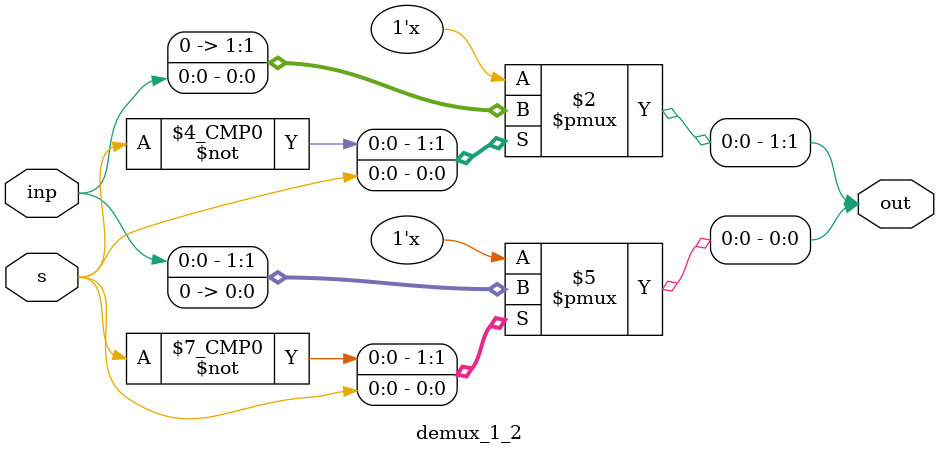
<source format=v>
module demux_1_2(out,s,inp);
  input inp,s;
  output reg [1:0]out;
  always @(*)
    case(s)
      1'b0: begin out[0] = inp; out[1] = 1'b0; end
      1'b1: begin out[1] = inp; out[0] = 1'b0; end
      default: out[1:0] = 2'bxx;
    endcase
endmodule
      
</source>
